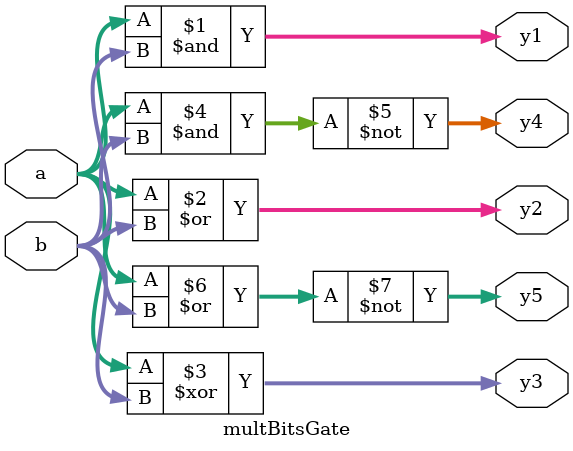
<source format=v>

module multBitsGate (
    input [2:0] a, // Signal bit width is 3, it is different from C/C++, the index starts from 0, end at 2.
                   // So the signal has 3 bits: a[2], a[1], a[0]. If this is defined in C/C++, it will be a[0], a[1], a[2].
                   // Verilog is designed for hardware description, so the index starts from 0 to n. Not like C/C++, it starts from 0 to n-1.
    input [2:1] b, // This signal bit also is 3, but this is not required verilog ISO standard.
    output [2:0] y1,
    output [2:0] y2,
    output [2:0] y3,
    output [2:0] y4,
    output [2:0] y5
);
    assign y1 = a & b; // AND gate
    assign y2 = a | b; // OR gate
    assign y3 = a ^ b; // XOR gate
    assign y4 = ~(a & b); // NAND gate
    assign y5 = ~(a | b); // NOR gate
endmodule
</source>
